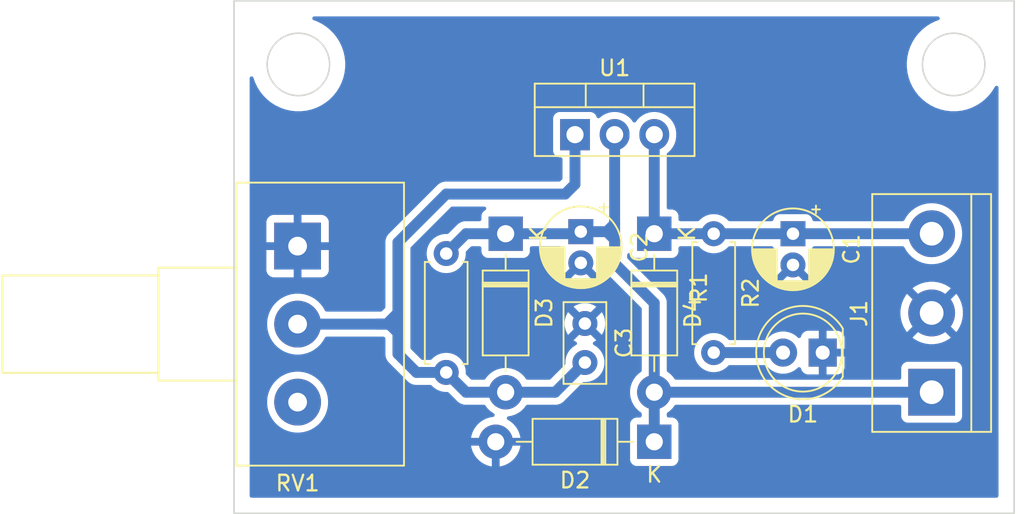
<source format=kicad_pcb>
(kicad_pcb (version 20241229) (generator "pcbnew") (generator_version "9.0")
  (layers (0 "F.Cu" signal) (2 "B.Cu" signal) (13 "F.Paste" user) (15 "B.Paste" user) (5 "F.SilkS" user "F.Silkscreen") (7 "B.SilkS" user "B.Silkscreen") (1 "F.Mask" user) (3 "B.Mask" user) (25 "Edge.Cuts" user))
  (net 0 "")
  (net 1 "VCC")
  (net 2 "GND")
  (net 3 "/Vout")
  (net 4 "Net-(D3-A)")
  (net 5 "Net-(D1-A)")
  (footprint "Diode_THT:D_DO-41_SOD81_P10.16mm_Horizontal" (layer "F.Cu") (at 135.285 86.85 -90)
    (property "Reference" "D3" (at 5.08 -2.47 90) (layer "F.SilkS"))
    (property "Value" "1N4007")
    (fp_line (start 2.36 1.47) (end 7.8 1.47) (stroke (width 0.12)) (layer "F.SilkS"))
    (fp_line (start 7.8 1.47) (end 7.8 -1.47) (stroke (width 0.12)) (layer "F.SilkS"))
    (fp_line (start 1.34 0) (end 2.36 0) (stroke (width 0.12)) (layer "F.SilkS"))
    (fp_line (start 8.82 0) (end 7.8 0) (stroke (width 0.12)) (layer "F.SilkS"))
    (fp_line (start 2.36 -1.47) (end 2.36 1.47) (stroke (width 0.12)) (layer "F.SilkS"))
    (fp_line (start 3.14 -1.47) (end 3.14 1.47) (stroke (width 0.12)) (layer "F.SilkS"))
    (fp_line (start 3.26 -1.47) (end 3.26 1.47) (stroke (width 0.12)) (layer "F.SilkS"))
    (fp_line (start 3.38 -1.47) (end 3.38 1.47) (stroke (width 0.12)) (layer "F.SilkS"))
    (fp_line (start 7.8 -1.47) (end 2.36 -1.47) (stroke (width 0.12)) (layer "F.SilkS"))
    (fp_text user "K" (at 0 -2.1 90) (layer "F.SilkS"))
    (pad "1" thru_hole rect (at 0 0 270) (size 2.2 2.2) (drill 1.1) (layers "*.Cu" "*.Mask" "In1.Cu" "In2.Cu" "In3.Cu" "In4.Cu" "In5.Cu" "In6.Cu" "In7.Cu" "In8.Cu" "In9.Cu" "In10.Cu" "In11.Cu" "In12.Cu" "In13.Cu" "In14.Cu" "In15.Cu" "In16.Cu" "In17.Cu" "In18.Cu" "In19.Cu" "In20.Cu" "In21.Cu" "In22.Cu" "In23.Cu" "In24.Cu" "In25.Cu" "In26.Cu" "In27.Cu" "In28.Cu" "In29.Cu" "In30.Cu") (net 3 "/Vout"))
    (pad "2" thru_hole oval (at 10.16 0 270) (size 2.2 2.2) (drill 1.1) (layers "*.Cu" "*.Mask" "In1.Cu" "In2.Cu" "In3.Cu" "In4.Cu" "In5.Cu" "In6.Cu" "In7.Cu" "In8.Cu" "In9.Cu" "In10.Cu" "In11.Cu" "In12.Cu" "In13.Cu" "In14.Cu" "In15.Cu" "In16.Cu" "In17.Cu" "In18.Cu" "In19.Cu" "In20.Cu" "In21.Cu" "In22.Cu" "In23.Cu" "In24.Cu" "In25.Cu" "In26.Cu" "In27.Cu" "In28.Cu" "In29.Cu" "In30.Cu") (net 4 "Net-(D3-A)"))
  )
  (footprint "Package_TO_SOT_THT:TO-220-3_Vertical" (layer "F.Cu") (at 139.73 80.5)
    (property "Reference" "U1" (at 2.54 -4.27 0) (layer "F.SilkS"))
    (property "Value" "LM317")
    (fp_line (start -2.58 -3.27) (end -2.58 1.371) (stroke (width 0.12)) (layer "F.SilkS"))
    (fp_line (start -2.58 -3.27) (end 7.66 -3.27) (stroke (width 0.12)) (layer "F.SilkS"))
    (fp_line (start -2.58 -1.76) (end 7.66 -1.76) (stroke (width 0.12)) (layer "F.SilkS"))
    (fp_line (start -2.58 1.371) (end 7.66 1.371) (stroke (width 0.12)) (layer "F.SilkS"))
    (fp_line (start 0.69 -3.27) (end 0.69 -1.76) (stroke (width 0.12)) (layer "F.SilkS"))
    (fp_line (start 4.391 -3.27) (end 4.391 -1.76) (stroke (width 0.12)) (layer "F.SilkS"))
    (fp_line (start 7.66 -3.27) (end 7.66 1.371) (stroke (width 0.12)) (layer "F.SilkS"))
    (pad "1" thru_hole rect (at 0 0) (size 1.905 2) (drill 1.1) (layers "*.Cu" "*.Mask" "In1.Cu" "In2.Cu" "In3.Cu" "In4.Cu" "In5.Cu" "In6.Cu" "In7.Cu" "In8.Cu" "In9.Cu" "In10.Cu" "In11.Cu" "In12.Cu" "In13.Cu" "In14.Cu" "In15.Cu" "In16.Cu" "In17.Cu" "In18.Cu" "In19.Cu" "In20.Cu" "In21.Cu" "In22.Cu" "In23.Cu" "In24.Cu" "In25.Cu" "In26.Cu" "In27.Cu" "In28.Cu" "In29.Cu" "In30.Cu") (net 4 "Net-(D3-A)"))
    (pad "2" thru_hole oval (at 2.54 0) (size 1.905 2) (drill 1.1) (layers "*.Cu" "*.Mask" "In1.Cu" "In2.Cu" "In3.Cu" "In4.Cu" "In5.Cu" "In6.Cu" "In7.Cu" "In8.Cu" "In9.Cu" "In10.Cu" "In11.Cu" "In12.Cu" "In13.Cu" "In14.Cu" "In15.Cu" "In16.Cu" "In17.Cu" "In18.Cu" "In19.Cu" "In20.Cu" "In21.Cu" "In22.Cu" "In23.Cu" "In24.Cu" "In25.Cu" "In26.Cu" "In27.Cu" "In28.Cu" "In29.Cu" "In30.Cu") (net 3 "/Vout"))
    (pad "3" thru_hole oval (at 5.08 0) (size 1.905 2) (drill 1.1) (layers "*.Cu" "*.Mask" "In1.Cu" "In2.Cu" "In3.Cu" "In4.Cu" "In5.Cu" "In6.Cu" "In7.Cu" "In8.Cu" "In9.Cu" "In10.Cu" "In11.Cu" "In12.Cu" "In13.Cu" "In14.Cu" "In15.Cu" "In16.Cu" "In17.Cu" "In18.Cu" "In19.Cu" "In20.Cu" "In21.Cu" "In22.Cu" "In23.Cu" "In24.Cu" "In25.Cu" "In26.Cu" "In27.Cu" "In28.Cu" "In29.Cu" "In30.Cu") (net 1 "VCC"))
  )
  (footprint "Potentiometer_THT:Potentiometer_Alps_RK163_Single_Horizontal" (layer "F.Cu") (at 121.95 87.645)
    (property "Reference" "RV1" (at 0 15.2 0) (layer "F.SilkS"))
    (property "Value" "5k")
    (fp_line (start -18.92 8.12) (end -18.92 1.88) (stroke (width 0.12)) (layer "F.SilkS"))
    (fp_line (start -8.92 1.88) (end -18.92 1.88) (stroke (width 0.12)) (layer "F.SilkS"))
    (fp_line (start -8.92 8.12) (end -18.92 8.12) (stroke (width 0.12)) (layer "F.SilkS"))
    (fp_line (start -8.92 8.62) (end -8.92 1.38) (stroke (width 0.12)) (layer "F.SilkS"))
    (fp_line (start -3.92 1.38) (end -8.92 1.38) (stroke (width 0.12)) (layer "F.SilkS"))
    (fp_line (start -3.92 8.62) (end -8.92 8.62) (stroke (width 0.12)) (layer "F.SilkS"))
    (fp_line (start -3.92 14.07) (end -3.92 -4.07) (stroke (width 0.12)) (layer "F.SilkS"))
    (fp_line (start 6.82 -4.07) (end -3.92 -4.07) (stroke (width 0.12)) (layer "F.SilkS"))
    (fp_line (start 6.82 14.07) (end -3.92 14.07) (stroke (width 0.12)) (layer "F.SilkS"))
    (fp_line (start 6.82 14.07) (end 6.82 -4.07) (stroke (width 0.12)) (layer "F.SilkS"))
    (pad "1" thru_hole rect (at 0 0 180) (size 3 3) (drill 1.2) (layers "*.Cu" "*.Mask" "In1.Cu" "In2.Cu" "In3.Cu" "In4.Cu" "In5.Cu" "In6.Cu" "In7.Cu" "In8.Cu" "In9.Cu" "In10.Cu" "In11.Cu" "In12.Cu" "In13.Cu" "In14.Cu" "In15.Cu" "In16.Cu" "In17.Cu" "In18.Cu" "In19.Cu" "In20.Cu" "In21.Cu" "In22.Cu" "In23.Cu" "In24.Cu" "In25.Cu" "In26.Cu" "In27.Cu" "In28.Cu" "In29.Cu" "In30.Cu") (net 2 "GND"))
    (pad "2" thru_hole circle (at 0 5 180) (size 3 3) (drill 1.2) (layers "*.Cu" "*.Mask" "In1.Cu" "In2.Cu" "In3.Cu" "In4.Cu" "In5.Cu" "In6.Cu" "In7.Cu" "In8.Cu" "In9.Cu" "In10.Cu" "In11.Cu" "In12.Cu" "In13.Cu" "In14.Cu" "In15.Cu" "In16.Cu" "In17.Cu" "In18.Cu" "In19.Cu" "In20.Cu" "In21.Cu" "In22.Cu" "In23.Cu" "In24.Cu" "In25.Cu" "In26.Cu" "In27.Cu" "In28.Cu" "In29.Cu" "In30.Cu") (net 4 "Net-(D3-A)"))
    (pad "3" thru_hole circle (at 0 10 180) (size 3 3) (drill 1.2) (layers "*.Cu" "*.Mask" "In1.Cu" "In2.Cu" "In3.Cu" "In4.Cu" "In5.Cu" "In6.Cu" "In7.Cu" "In8.Cu" "In9.Cu" "In10.Cu" "In11.Cu" "In12.Cu" "In13.Cu" "In14.Cu" "In15.Cu" "In16.Cu" "In17.Cu" "In18.Cu" "In19.Cu" "In20.Cu" "In21.Cu" "In22.Cu" "In23.Cu" "In24.Cu" "In25.Cu" "In26.Cu" "In27.Cu" "In28.Cu" "In29.Cu" "In30.Cu"))
  )
  (footprint "TerminalBlock:TerminalBlock_bornier-3_P5.08mm" (layer "F.Cu") (at 162.59 97.01 90)
    (property "Reference" "J1" (at 5.05 -4.65 90) (layer "F.SilkS"))
    (property "Value" "Bornera")
    (fp_line (start -2.54 -3.81) (end 12.7 -3.81) (stroke (width 0.12)) (layer "F.SilkS"))
    (fp_line (start -2.54 2.54) (end 12.7 2.54) (stroke (width 0.12)) (layer "F.SilkS"))
    (fp_line (start 12.7 3.81) (end 12.7 -3.81) (stroke (width 0.12)) (layer "F.SilkS"))
    (fp_line (start -2.54 3.81) (end -2.54 -3.81) (stroke (width 0.12)) (layer "F.SilkS"))
    (fp_line (start -2.54 3.81) (end 12.7 3.81) (stroke (width 0.12)) (layer "F.SilkS"))
    (pad "1" thru_hole rect (at 0 0 90) (size 3 3) (drill 1.52) (layers "*.Cu" "*.Mask" "In1.Cu" "In2.Cu" "In3.Cu" "In4.Cu" "In5.Cu" "In6.Cu" "In7.Cu" "In8.Cu" "In9.Cu" "In10.Cu" "In11.Cu" "In12.Cu" "In13.Cu" "In14.Cu" "In15.Cu" "In16.Cu" "In17.Cu" "In18.Cu" "In19.Cu" "In20.Cu" "In21.Cu" "In22.Cu" "In23.Cu" "In24.Cu" "In25.Cu" "In26.Cu" "In27.Cu" "In28.Cu" "In29.Cu" "In30.Cu") (net 3 "/Vout"))
    (pad "2" thru_hole circle (at 5.08 0 90) (size 3 3) (drill 1.52) (layers "*.Cu" "*.Mask" "In1.Cu" "In2.Cu" "In3.Cu" "In4.Cu" "In5.Cu" "In6.Cu" "In7.Cu" "In8.Cu" "In9.Cu" "In10.Cu" "In11.Cu" "In12.Cu" "In13.Cu" "In14.Cu" "In15.Cu" "In16.Cu" "In17.Cu" "In18.Cu" "In19.Cu" "In20.Cu" "In21.Cu" "In22.Cu" "In23.Cu" "In24.Cu" "In25.Cu" "In26.Cu" "In27.Cu" "In28.Cu" "In29.Cu" "In30.Cu") (net 2 "GND"))
    (pad "3" thru_hole circle (at 10.16 0 90) (size 3 3) (drill 1.52) (layers "*.Cu" "*.Mask" "In1.Cu" "In2.Cu" "In3.Cu" "In4.Cu" "In5.Cu" "In6.Cu" "In7.Cu" "In8.Cu" "In9.Cu" "In10.Cu" "In11.Cu" "In12.Cu" "In13.Cu" "In14.Cu" "In15.Cu" "In16.Cu" "In17.Cu" "In18.Cu" "In19.Cu" "In20.Cu" "In21.Cu" "In22.Cu" "In23.Cu" "In24.Cu" "In25.Cu" "In26.Cu" "In27.Cu" "In28.Cu" "In29.Cu" "In30.Cu") (net 1 "VCC"))
  )
  (footprint "Resistor_THT:R_Axial_DIN0207_L6.3mm_D2.5mm_P7.62mm_Horizontal" (layer "F.Cu") (at 148.62 86.85 -90)
    (property "Reference" "R2" (at 3.81 -2.37 90) (layer "F.SilkS"))
    (property "Value" "1k")
    (fp_line (start 0.54 1.37) (end 7.08 1.37) (stroke (width 0.12)) (layer "F.SilkS"))
    (fp_line (start 7.08 1.37) (end 7.08 1.04) (stroke (width 0.12)) (layer "F.SilkS"))
    (fp_line (start 0.54 1.04) (end 0.54 1.37) (stroke (width 0.12)) (layer "F.SilkS"))
    (fp_line (start 0.54 -1.04) (end 0.54 -1.37) (stroke (width 0.12)) (layer "F.SilkS"))
    (fp_line (start 0.54 -1.37) (end 7.08 -1.37) (stroke (width 0.12)) (layer "F.SilkS"))
    (fp_line (start 7.08 -1.37) (end 7.08 -1.04) (stroke (width 0.12)) (layer "F.SilkS"))
    (pad "1" thru_hole circle (at 0 0 270) (size 1.6 1.6) (drill 0.8) (layers "*.Cu" "*.Mask" "In1.Cu" "In2.Cu" "In3.Cu" "In4.Cu" "In5.Cu" "In6.Cu" "In7.Cu" "In8.Cu" "In9.Cu" "In10.Cu" "In11.Cu" "In12.Cu" "In13.Cu" "In14.Cu" "In15.Cu" "In16.Cu" "In17.Cu" "In18.Cu" "In19.Cu" "In20.Cu" "In21.Cu" "In22.Cu" "In23.Cu" "In24.Cu" "In25.Cu" "In26.Cu" "In27.Cu" "In28.Cu" "In29.Cu" "In30.Cu") (net 1 "VCC"))
    (pad "2" thru_hole oval (at 7.62 0 270) (size 1.6 1.6) (drill 0.8) (layers "*.Cu" "*.Mask" "In1.Cu" "In2.Cu" "In3.Cu" "In4.Cu" "In5.Cu" "In6.Cu" "In7.Cu" "In8.Cu" "In9.Cu" "In10.Cu" "In11.Cu" "In12.Cu" "In13.Cu" "In14.Cu" "In15.Cu" "In16.Cu" "In17.Cu" "In18.Cu" "In19.Cu" "In20.Cu" "In21.Cu" "In22.Cu" "In23.Cu" "In24.Cu" "In25.Cu" "In26.Cu" "In27.Cu" "In28.Cu" "In29.Cu" "In30.Cu") (net 5 "Net-(D1-A)"))
  )
  (footprint "LED_THT:LED_D5.0mm" (layer "F.Cu") (at 155.605 94.47 180)
    (property "Reference" "D1" (at 1.27 -3.96 0) (layer "F.SilkS"))
    (property "Value" "Red")
    (fp_line (start -1.29 -1.545) (end -1.29 1.545) (stroke (width 0.12)) (layer "F.SilkS"))
    (fp_arc (start 4.26 -0.000462) (mid 2.072002 2.880433) (end -1.29 1.54483) (stroke (width 0.12)) (layer "F.SilkS"))
    (fp_arc (start -1.29 -1.54483) (mid 2.072002 -2.880433) (end 4.26 0.000462) (stroke (width 0.12)) (layer "F.SilkS"))
    (fp_circle (center 1.27 0) (end 3.77 0) (stroke (width 0.12)) (fill no) (layer "F.SilkS"))
    (pad "1" thru_hole rect (at 0 0 180) (size 1.8 1.8) (drill 0.9) (layers "*.Cu" "*.Mask" "In1.Cu" "In2.Cu" "In3.Cu" "In4.Cu" "In5.Cu" "In6.Cu" "In7.Cu" "In8.Cu" "In9.Cu" "In10.Cu" "In11.Cu" "In12.Cu" "In13.Cu" "In14.Cu" "In15.Cu" "In16.Cu" "In17.Cu" "In18.Cu" "In19.Cu" "In20.Cu" "In21.Cu" "In22.Cu" "In23.Cu" "In24.Cu" "In25.Cu" "In26.Cu" "In27.Cu" "In28.Cu" "In29.Cu" "In30.Cu") (net 2 "GND"))
    (pad "2" thru_hole circle (at 2.54 0 180) (size 1.8 1.8) (drill 0.9) (layers "*.Cu" "*.Mask" "In1.Cu" "In2.Cu" "In3.Cu" "In4.Cu" "In5.Cu" "In6.Cu" "In7.Cu" "In8.Cu" "In9.Cu" "In10.Cu" "In11.Cu" "In12.Cu" "In13.Cu" "In14.Cu" "In15.Cu" "In16.Cu" "In17.Cu" "In18.Cu" "In19.Cu" "In20.Cu" "In21.Cu" "In22.Cu" "In23.Cu" "In24.Cu" "In25.Cu" "In26.Cu" "In27.Cu" "In28.Cu" "In29.Cu" "In30.Cu") (net 5 "Net-(D1-A)"))
  )
  (footprint "Diode_THT:D_DO-41_SOD81_P10.16mm_Horizontal" (layer "F.Cu") (at 144.81 86.85 -90)
    (property "Reference" "D4" (at 5.08 -2.47 90) (layer "F.SilkS"))
    (property "Value" "1N4007")
    (fp_line (start 2.36 1.47) (end 7.8 1.47) (stroke (width 0.12)) (layer "F.SilkS"))
    (fp_line (start 7.8 1.47) (end 7.8 -1.47) (stroke (width 0.12)) (layer "F.SilkS"))
    (fp_line (start 1.34 0) (end 2.36 0) (stroke (width 0.12)) (layer "F.SilkS"))
    (fp_line (start 8.82 0) (end 7.8 0) (stroke (width 0.12)) (layer "F.SilkS"))
    (fp_line (start 2.36 -1.47) (end 2.36 1.47) (stroke (width 0.12)) (layer "F.SilkS"))
    (fp_line (start 3.14 -1.47) (end 3.14 1.47) (stroke (width 0.12)) (layer "F.SilkS"))
    (fp_line (start 3.26 -1.47) (end 3.26 1.47) (stroke (width 0.12)) (layer "F.SilkS"))
    (fp_line (start 3.38 -1.47) (end 3.38 1.47) (stroke (width 0.12)) (layer "F.SilkS"))
    (fp_line (start 7.8 -1.47) (end 2.36 -1.47) (stroke (width 0.12)) (layer "F.SilkS"))
    (fp_text user "K" (at 0 -2.1 90) (layer "F.SilkS"))
    (pad "1" thru_hole rect (at 0 0 270) (size 2.2 2.2) (drill 1.1) (layers "*.Cu" "*.Mask" "In1.Cu" "In2.Cu" "In3.Cu" "In4.Cu" "In5.Cu" "In6.Cu" "In7.Cu" "In8.Cu" "In9.Cu" "In10.Cu" "In11.Cu" "In12.Cu" "In13.Cu" "In14.Cu" "In15.Cu" "In16.Cu" "In17.Cu" "In18.Cu" "In19.Cu" "In20.Cu" "In21.Cu" "In22.Cu" "In23.Cu" "In24.Cu" "In25.Cu" "In26.Cu" "In27.Cu" "In28.Cu" "In29.Cu" "In30.Cu") (net 1 "VCC"))
    (pad "2" thru_hole oval (at 10.16 0 270) (size 2.2 2.2) (drill 1.1) (layers "*.Cu" "*.Mask" "In1.Cu" "In2.Cu" "In3.Cu" "In4.Cu" "In5.Cu" "In6.Cu" "In7.Cu" "In8.Cu" "In9.Cu" "In10.Cu" "In11.Cu" "In12.Cu" "In13.Cu" "In14.Cu" "In15.Cu" "In16.Cu" "In17.Cu" "In18.Cu" "In19.Cu" "In20.Cu" "In21.Cu" "In22.Cu" "In23.Cu" "In24.Cu" "In25.Cu" "In26.Cu" "In27.Cu" "In28.Cu" "In29.Cu" "In30.Cu") (net 3 "/Vout"))
  )
  (footprint "Resistor_THT:R_Axial_DIN0207_L6.3mm_D2.5mm_P7.62mm_Horizontal" (layer "F.Cu") (at 131.475 88.12 -90)
    (property "Reference" "R1" (at 2.201926 -16.189568 90) (layer "F.SilkS"))
    (property "Value" "220")
    (fp_line (start 0.54 1.37) (end 7.08 1.37) (stroke (width 0.12)) (layer "F.SilkS"))
    (fp_line (start 7.08 1.37) (end 7.08 1.04) (stroke (width 0.12)) (layer "F.SilkS"))
    (fp_line (start 0.54 1.04) (end 0.54 1.37) (stroke (width 0.12)) (layer "F.SilkS"))
    (fp_line (start 0.54 -1.04) (end 0.54 -1.37) (stroke (width 0.12)) (layer "F.SilkS"))
    (fp_line (start 0.54 -1.37) (end 7.08 -1.37) (stroke (width 0.12)) (layer "F.SilkS"))
    (fp_line (start 7.08 -1.37) (end 7.08 -1.04) (stroke (width 0.12)) (layer "F.SilkS"))
    (pad "1" thru_hole circle (at 0 0 270) (size 1.6 1.6) (drill 0.8) (layers "*.Cu" "*.Mask" "In1.Cu" "In2.Cu" "In3.Cu" "In4.Cu" "In5.Cu" "In6.Cu" "In7.Cu" "In8.Cu" "In9.Cu" "In10.Cu" "In11.Cu" "In12.Cu" "In13.Cu" "In14.Cu" "In15.Cu" "In16.Cu" "In17.Cu" "In18.Cu" "In19.Cu" "In20.Cu" "In21.Cu" "In22.Cu" "In23.Cu" "In24.Cu" "In25.Cu" "In26.Cu" "In27.Cu" "In28.Cu" "In29.Cu" "In30.Cu") (net 3 "/Vout"))
    (pad "2" thru_hole oval (at 7.62 0 270) (size 1.6 1.6) (drill 0.8) (layers "*.Cu" "*.Mask" "In1.Cu" "In2.Cu" "In3.Cu" "In4.Cu" "In5.Cu" "In6.Cu" "In7.Cu" "In8.Cu" "In9.Cu" "In10.Cu" "In11.Cu" "In12.Cu" "In13.Cu" "In14.Cu" "In15.Cu" "In16.Cu" "In17.Cu" "In18.Cu" "In19.Cu" "In20.Cu" "In21.Cu" "In22.Cu" "In23.Cu" "In24.Cu" "In25.Cu" "In26.Cu" "In27.Cu" "In28.Cu" "In29.Cu" "In30.Cu") (net 4 "Net-(D3-A)"))
  )
  (footprint "Diode_THT:D_DO-41_SOD81_P10.16mm_Horizontal" (layer "F.Cu") (at 144.81 100.185 180)
    (property "Reference" "D2" (at 5.08 -2.47 0) (layer "F.SilkS"))
    (property "Value" "1N4007")
    (fp_line (start 8.82 0) (end 7.8 0) (stroke (width 0.12)) (layer "F.SilkS"))
    (fp_line (start 7.8 1.47) (end 7.8 -1.47) (stroke (width 0.12)) (layer "F.SilkS"))
    (fp_line (start 7.8 -1.47) (end 2.36 -1.47) (stroke (width 0.12)) (layer "F.SilkS"))
    (fp_line (start 3.38 -1.47) (end 3.38 1.47) (stroke (width 0.12)) (layer "F.SilkS"))
    (fp_line (start 3.26 -1.47) (end 3.26 1.47) (stroke (width 0.12)) (layer "F.SilkS"))
    (fp_line (start 3.14 -1.47) (end 3.14 1.47) (stroke (width 0.12)) (layer "F.SilkS"))
    (fp_line (start 2.36 1.47) (end 7.8 1.47) (stroke (width 0.12)) (layer "F.SilkS"))
    (fp_line (start 2.36 -1.47) (end 2.36 1.47) (stroke (width 0.12)) (layer "F.SilkS"))
    (fp_line (start 1.34 0) (end 2.36 0) (stroke (width 0.12)) (layer "F.SilkS"))
    (fp_text user "K" (at 0 -2.1 0) (layer "F.SilkS"))
    (pad "1" thru_hole rect (at 0 0 180) (size 2.2 2.2) (drill 1.1) (layers "*.Cu" "*.Mask" "In1.Cu" "In2.Cu" "In3.Cu" "In4.Cu" "In5.Cu" "In6.Cu" "In7.Cu" "In8.Cu" "In9.Cu" "In10.Cu" "In11.Cu" "In12.Cu" "In13.Cu" "In14.Cu" "In15.Cu" "In16.Cu" "In17.Cu" "In18.Cu" "In19.Cu" "In20.Cu" "In21.Cu" "In22.Cu" "In23.Cu" "In24.Cu" "In25.Cu" "In26.Cu" "In27.Cu" "In28.Cu" "In29.Cu" "In30.Cu") (net 3 "/Vout"))
    (pad "2" thru_hole oval (at 10.16 0 180) (size 2.2 2.2) (drill 1.1) (layers "*.Cu" "*.Mask" "In1.Cu" "In2.Cu" "In3.Cu" "In4.Cu" "In5.Cu" "In6.Cu" "In7.Cu" "In8.Cu" "In9.Cu" "In10.Cu" "In11.Cu" "In12.Cu" "In13.Cu" "In14.Cu" "In15.Cu" "In16.Cu" "In17.Cu" "In18.Cu" "In19.Cu" "In20.Cu" "In21.Cu" "In22.Cu" "In23.Cu" "In24.Cu" "In25.Cu" "In26.Cu" "In27.Cu" "In28.Cu" "In29.Cu" "In30.Cu") (net 2 "GND"))
  )
  (footprint "Capacitor_THT:C_Disc_D5.0mm_W2.5mm_P2.50mm" (layer "F.Cu") (at 140.365 92.605 -90)
    (property "Reference" "C3" (at 1.25 -2.5 90) (layer "F.SilkS"))
    (property "Value" "100n")
    (fp_line (start -1.37 1.37) (end 3.87 1.37) (stroke (width 0.12)) (layer "F.SilkS"))
    (fp_line (start -1.37 -1.37) (end -1.37 1.37) (stroke (width 0.12)) (layer "F.SilkS"))
    (fp_line (start -1.37 -1.37) (end 3.87 -1.37) (stroke (width 0.12)) (layer "F.SilkS"))
    (fp_line (start 3.87 -1.37) (end 3.87 1.37) (stroke (width 0.12)) (layer "F.SilkS"))
    (pad "1" thru_hole circle (at 0 0 270) (size 1.6 1.6) (drill 0.8) (layers "*.Cu" "*.Mask" "In1.Cu" "In2.Cu" "In3.Cu" "In4.Cu" "In5.Cu" "In6.Cu" "In7.Cu" "In8.Cu" "In9.Cu" "In10.Cu" "In11.Cu" "In12.Cu" "In13.Cu" "In14.Cu" "In15.Cu" "In16.Cu" "In17.Cu" "In18.Cu" "In19.Cu" "In20.Cu" "In21.Cu" "In22.Cu" "In23.Cu" "In24.Cu" "In25.Cu" "In26.Cu" "In27.Cu" "In28.Cu" "In29.Cu" "In30.Cu") (net 2 "GND"))
    (pad "2" thru_hole circle (at 2.5 0 270) (size 1.6 1.6) (drill 0.8) (layers "*.Cu" "*.Mask" "In1.Cu" "In2.Cu" "In3.Cu" "In4.Cu" "In5.Cu" "In6.Cu" "In7.Cu" "In8.Cu" "In9.Cu" "In10.Cu" "In11.Cu" "In12.Cu" "In13.Cu" "In14.Cu" "In15.Cu" "In16.Cu" "In17.Cu" "In18.Cu" "In19.Cu" "In20.Cu" "In21.Cu" "In22.Cu" "In23.Cu" "In24.Cu" "In25.Cu" "In26.Cu" "In27.Cu" "In28.Cu" "In29.Cu" "In30.Cu") (net 4 "Net-(D3-A)"))
  )
  (footprint "Capacitor_THT:CP_Radial_D5.0mm_P2.00mm" (layer "F.Cu") (at 153.7 86.85 -90)
    (property "Reference" "C1" (at 1 -3.75 90) (layer "F.SilkS"))
    (property "Value" "10u")
    (fp_line (start 1 1.04) (end 1 2.58) (stroke (width 0.12)) (layer "F.SilkS"))
    (fp_line (start 1.04 1.04) (end 1.04 2.58) (stroke (width 0.12)) (layer "F.SilkS"))
    (fp_line (start 1.08 1.04) (end 1.08 2.579) (stroke (width 0.12)) (layer "F.SilkS"))
    (fp_line (start 1.12 1.04) (end 1.12 2.578) (stroke (width 0.12)) (layer "F.SilkS"))
    (fp_line (start 1.16 1.04) (end 1.16 2.576) (stroke (width 0.12)) (layer "F.SilkS"))
    (fp_line (start 1.2 1.04) (end 1.2 2.573) (stroke (width 0.12)) (layer "F.SilkS"))
    (fp_line (start 1.24 1.04) (end 1.24 2.569) (stroke (width 0.12)) (layer "F.SilkS"))
    (fp_line (start 1.28 1.04) (end 1.28 2.565) (stroke (width 0.12)) (layer "F.SilkS"))
    (fp_line (start 1.32 1.04) (end 1.32 2.561) (stroke (width 0.12)) (layer "F.SilkS"))
    (fp_line (start 1.36 1.04) (end 1.36 2.556) (stroke (width 0.12)) (layer "F.SilkS"))
    (fp_line (start 1.4 1.04) (end 1.4 2.55) (stroke (width 0.12)) (layer "F.SilkS"))
    (fp_line (start 1.44 1.04) (end 1.44 2.543) (stroke (width 0.12)) (layer "F.SilkS"))
    (fp_line (start 1.48 1.04) (end 1.48 2.536) (stroke (width 0.12)) (layer "F.SilkS"))
    (fp_line (start 1.52 1.04) (end 1.52 2.528) (stroke (width 0.12)) (layer "F.SilkS"))
    (fp_line (start 1.56 1.04) (end 1.56 2.52) (stroke (width 0.12)) (layer "F.SilkS"))
    (fp_line (start 1.6 1.04) (end 1.6 2.511) (stroke (width 0.12)) (layer "F.SilkS"))
    (fp_line (start 1.64 1.04) (end 1.64 2.501) (stroke (width 0.12)) (layer "F.SilkS"))
    (fp_line (start 1.68 1.04) (end 1.68 2.491) (stroke (width 0.12)) (layer "F.SilkS"))
    (fp_line (start 1.721 1.04) (end 1.721 2.48) (stroke (width 0.12)) (layer "F.SilkS"))
    (fp_line (start 1.761 1.04) (end 1.761 2.468) (stroke (width 0.12)) (layer "F.SilkS"))
    (fp_line (start 1.801 1.04) (end 1.801 2.455) (stroke (width 0.12)) (layer "F.SilkS"))
    (fp_line (start 1.841 1.04) (end 1.841 2.442) (stroke (width 0.12)) (layer "F.SilkS"))
    (fp_line (start 1.881 1.04) (end 1.881 2.428) (stroke (width 0.12)) (layer "F.SilkS"))
    (fp_line (start 1.921 1.04) (end 1.921 2.414) (stroke (width 0.12)) (layer "F.SilkS"))
    (fp_line (start 1.961 1.04) (end 1.961 2.398) (stroke (width 0.12)) (layer "F.SilkS"))
    (fp_line (start 2.001 1.04) (end 2.001 2.382) (stroke (width 0.12)) (layer "F.SilkS"))
    (fp_line (start 2.041 1.04) (end 2.041 2.365) (stroke (width 0.12)) (layer "F.SilkS"))
    (fp_line (start 2.081 1.04) (end 2.081 2.348) (stroke (width 0.12)) (layer "F.SilkS"))
    (fp_line (start 2.121 1.04) (end 2.121 2.329) (stroke (width 0.12)) (layer "F.SilkS"))
    (fp_line (start 2.161 1.04) (end 2.161 2.31) (stroke (width 0.12)) (layer "F.SilkS"))
    (fp_line (start 2.201 1.04) (end 2.201 2.29) (stroke (width 0.12)) (layer "F.SilkS"))
    (fp_line (start 2.241 1.04) (end 2.241 2.268) (stroke (width 0.12)) (layer "F.SilkS"))
    (fp_line (start 2.281 1.04) (end 2.281 2.247) (stroke (width 0.12)) (layer "F.SilkS"))
    (fp_line (start 2.321 1.04) (end 2.321 2.224) (stroke (width 0.12)) (layer "F.SilkS"))
    (fp_line (start 2.361 1.04) (end 2.361 2.2) (stroke (width 0.12)) (layer "F.SilkS"))
    (fp_line (start 2.401 1.04) (end 2.401 2.175) (stroke (width 0.12)) (layer "F.SilkS"))
    (fp_line (start 2.441 1.04) (end 2.441 2.149) (stroke (width 0.12)) (layer "F.SilkS"))
    (fp_line (start 2.481 1.04) (end 2.481 2.122) (stroke (width 0.12)) (layer "F.SilkS"))
    (fp_line (start 2.521 1.04) (end 2.521 2.095) (stroke (width 0.12)) (layer "F.SilkS"))
    (fp_line (start 2.561 1.04) (end 2.561 2.065) (stroke (width 0.12)) (layer "F.SilkS"))
    (fp_line (start 2.601 1.04) (end 2.601 2.035) (stroke (width 0.12)) (layer "F.SilkS"))
    (fp_line (start 2.641 1.04) (end 2.641 2.004) (stroke (width 0.12)) (layer "F.SilkS"))
    (fp_line (start 2.681 1.04) (end 2.681 1.971) (stroke (width 0.12)) (layer "F.SilkS"))
    (fp_line (start 2.721 1.04) (end 2.721 1.937) (stroke (width 0.12)) (layer "F.SilkS"))
    (fp_line (start 2.761 1.04) (end 2.761 1.901) (stroke (width 0.12)) (layer "F.SilkS"))
    (fp_line (start 2.801 1.04) (end 2.801 1.864) (stroke (width 0.12)) (layer "F.SilkS"))
    (fp_line (start 2.841 1.04) (end 2.841 1.826) (stroke (width 0.12)) (layer "F.SilkS"))
    (fp_line (start 2.881 1.04) (end 2.881 1.785) (stroke (width 0.12)) (layer "F.SilkS"))
    (fp_line (start 2.921 1.04) (end 2.921 1.743) (stroke (width 0.12)) (layer "F.SilkS"))
    (fp_line (start 2.961 1.04) (end 2.961 1.699) (stroke (width 0.12)) (layer "F.SilkS"))
    (fp_line (start 3.001 1.04) (end 3.001 1.653) (stroke (width 0.12)) (layer "F.SilkS"))
    (fp_line (start 3.601 -0.284) (end 3.601 0.284) (stroke (width 0.12)) (layer "F.SilkS"))
    (fp_line (start 3.561 -0.518) (end 3.561 0.518) (stroke (width 0.12)) (layer "F.SilkS"))
    (fp_line (start 3.521 -0.677) (end 3.521 0.677) (stroke (width 0.12)) (layer "F.SilkS"))
    (fp_line (start 3.481 -0.805) (end 3.481 0.805) (stroke (width 0.12)) (layer "F.SilkS"))
    (fp_line (start 3.441 -0.915) (end 3.441 0.915) (stroke (width 0.12)) (layer "F.SilkS"))
    (fp_line (start 3.401 -1.011) (end 3.401 1.011) (stroke (width 0.12)) (layer "F.SilkS"))
    (fp_line (start 3.361 -1.098) (end 3.361 1.098) (stroke (width 0.12)) (layer "F.SilkS"))
    (fp_line (start 3.321 -1.178) (end 3.321 1.178) (stroke (width 0.12)) (layer "F.SilkS"))
    (fp_line (start 3.281 -1.251) (end 3.281 1.251) (stroke (width 0.12)) (layer "F.SilkS"))
    (fp_line (start 3.241 -1.319) (end 3.241 1.319) (stroke (width 0.12)) (layer "F.SilkS"))
    (fp_line (start 3.201 -1.383) (end 3.201 1.383) (stroke (width 0.12)) (layer "F.SilkS"))
    (fp_line (start 3.161 -1.443) (end 3.161 1.443) (stroke (width 0.12)) (layer "F.SilkS"))
    (fp_line (start -1.804775 -1.475) (end -1.304775 -1.475) (stroke (width 0.12)) (layer "F.SilkS"))
    (fp_line (start 3.121 -1.5) (end 3.121 1.5) (stroke (width 0.12)) (layer "F.SilkS"))
    (fp_line (start 3.081 -1.554) (end 3.081 1.554) (stroke (width 0.12)) (layer "F.SilkS"))
    (fp_line (start 3.041 -1.605) (end 3.041 1.605) (stroke (width 0.12)) (layer "F.SilkS"))
    (fp_line (start 3.001 -1.653) (end 3.001 -1.04) (stroke (width 0.12)) (layer "F.SilkS"))
    (fp_line (start 2.961 -1.699) (end 2.961 -1.04) (stroke (width 0.12)) (layer "F.SilkS"))
    (fp_line (start -1.554775 -1.725) (end -1.554775 -1.225) (stroke (width 0.12)) (layer "F.SilkS"))
    (fp_line (start 2.921 -1.743) (end 2.921 -1.04) (stroke (width 0.12)) (layer "F.SilkS"))
    (fp_line (start 2.881 -1.785) (end 2.881 -1.04) (stroke (width 0.12)) (layer "F.SilkS"))
    (fp_line (start 2.841 -1.826) (end 2.841 -1.04) (stroke (width 0.12)) (layer "F.SilkS"))
    (fp_line (start 2.801 -1.864) (end 2.801 -1.04) (stroke (width 0.12)) (layer "F.SilkS"))
    (fp_line (start 2.761 -1.901) (end 2.761 -1.04) (stroke (width 0.12)) (layer "F.SilkS"))
    (fp_line (start 2.721 -1.937) (end 2.721 -1.04) (stroke (width 0.12)) (layer "F.SilkS"))
    (fp_line (start 2.681 -1.971) (end 2.681 -1.04) (stroke (width 0.12)) (layer "F.SilkS"))
    (fp_line (start 2.641 -2.004) (end 2.641 -1.04) (stroke (width 0.12)) (layer "F.SilkS"))
    (fp_line (start 2.601 -2.035) (end 2.601 -1.04) (stroke (width 0.12)) (layer "F.SilkS"))
    (fp_line (start 2.561 -2.065) (end 2.561 -1.04) (stroke (width 0.12)) (layer "F.SilkS"))
    (fp_line (start 2.521 -2.095) (end 2.521 -1.04) (stroke (width 0.12)) (layer "F.SilkS"))
    (fp_line (start 2.481 -2.122) (end 2.481 -1.04) (stroke (width 0.12)) (layer "F.SilkS"))
    (fp_line (start 2.441 -2.149) (end 2.441 -1.04) (stroke (width 0.12)) (layer "F.SilkS"))
    (fp_line (start 2.401 -2.175) (end 2.401 -1.04) (stroke (width 0.12)) (layer "F.SilkS"))
    (fp_line (start 2.361 -2.2) (end 2.361 -1.04) (stroke (width 0.12)) (layer "F.SilkS"))
    (fp_line (start 2.321 -2.224) (end 2.321 -1.04) (stroke (width 0.12)) (layer "F.SilkS"))
    (fp_line (start 2.281 -2.247) (end 2.281 -1.04) (stroke (width 0.12)) (layer "F.SilkS"))
    (fp_line (start 2.241 -2.268) (end 2.241 -1.04) (stroke (width 0.12)) (layer "F.SilkS"))
    (fp_line (start 2.201 -2.29) (end 2.201 -1.04) (stroke (width 0.12)) (layer "F.SilkS"))
    (fp_line (start 2.161 -2.31) (end 2.161 -1.04) (stroke (width 0.12)) (layer "F.SilkS"))
    (fp_line (start 2.121 -2.329) (end 2.121 -1.04) (stroke (width 0.12)) (layer "F.SilkS"))
    (fp_line (start 2.081 -2.348) (end 2.081 -1.04) (stroke (width 0.12)) (layer "F.SilkS"))
    (fp_line (start 2.041 -2.365) (end 2.041 -1.04) (stroke (width 0.12)) (layer "F.SilkS"))
    (fp_line (start 2.001 -2.382) (end 2.001 -1.04) (stroke (width 0.12)) (layer "F.SilkS"))
    (fp_line (start 1.961 -2.398) (end 1.961 -1.04) (stroke (width 0.12)) (layer "F.SilkS"))
    (fp_line (start 1.921 -2.414) (end 1.921 -1.04) (stroke (width 0.12)) (layer "F.SilkS"))
    (fp_line (start 1.881 -2.428) (end 1.881 -1.04) (stroke (width 0.12)) (layer "F.SilkS"))
    (fp_line (start 1.841 -2.442) (end 1.841 -1.04) (stroke (width 0.12)) (layer "F.SilkS"))
    (fp_line (start 1.801 -2.455) (end 1.801 -1.04) (stroke (width 0.12)) (layer "F.SilkS"))
    (fp_line (start 1.761 -2.468) (end 1.761 -1.04) (stroke (width 0.12)) (layer "F.SilkS"))
    (fp_line (start 1.721 -2.48) (end 1.721 -1.04) (stroke (width 0.12)) (layer "F.SilkS"))
    (fp_line (start 1.68 -2.491) (end 1.68 -1.04) (stroke (width 0.12)) (layer "F.SilkS"))
    (fp_line (start 1.64 -2.501) (end 1.64 -1.04) (stroke (width 0.12)) (layer "F.SilkS"))
    (fp_line (start 1.6 -2.511) (end 1.6 -1.04) (stroke (width 0.12)) (layer "F.SilkS"))
    (fp_line (start 1.56 -2.52) (end 1.56 -1.04) (stroke (width 0.12)) (layer "F.SilkS"))
    (fp_line (start 1.52 -2.528) (end 1.52 -1.04) (stroke (width 0.12)) (layer "F.SilkS"))
    (fp_line (start 1.48 -2.536) (end 1.48 -1.04) (stroke (width 0.12)) (layer "F.SilkS"))
    (fp_line (start 1.44 -2.543) (end 1.44 -1.04) (stroke (width 0.12)) (layer "F.SilkS"))
    (fp_line (start 1.4 -2.55) (end 1.4 -1.04) (stroke (width 0.12)) (layer "F.SilkS"))
    (fp_line (start 1.36 -2.556) (end 1.36 -1.04) (stroke (width 0.12)) (layer "F.SilkS"))
    (fp_line (start 1.32 -2.561) (end 1.32 -1.04) (stroke (width 0.12)) (layer "F.SilkS"))
    (fp_line (start 1.28 -2.565) (end 1.28 -1.04) (stroke (width 0.12)) (layer "F.SilkS"))
    (fp_line (start 1.24 -2.569) (end 1.24 -1.04) (stroke (width 0.12)) (layer "F.SilkS"))
    (fp_line (start 1.2 -2.573) (end 1.2 -1.04) (stroke (width 0.12)) (layer "F.SilkS"))
    (fp_line (start 1.16 -2.576) (end 1.16 -1.04) (stroke (width 0.12)) (layer "F.SilkS"))
    (fp_line (start 1.12 -2.578) (end 1.12 -1.04) (stroke (width 0.12)) (layer "F.SilkS"))
    (fp_line (start 1.08 -2.579) (end 1.08 -1.04) (stroke (width 0.12)) (layer "F.SilkS"))
    (fp_line (start 1 -2.58) (end 1 -1.04) (stroke (width 0.12)) (layer "F.SilkS"))
    (fp_line (start 1.04 -2.58) (end 1.04 -1.04) (stroke (width 0.12)) (layer "F.SilkS"))
    (fp_circle (center 1 0) (end 3.62 0) (stroke (width 0.12)) (fill no) (layer "F.SilkS"))
    (pad "1" thru_hole rect (at 0 0 270) (size 1.6 1.6) (drill 0.8) (layers "*.Cu" "*.Mask" "In1.Cu" "In2.Cu" "In3.Cu" "In4.Cu" "In5.Cu" "In6.Cu" "In7.Cu" "In8.Cu" "In9.Cu" "In10.Cu" "In11.Cu" "In12.Cu" "In13.Cu" "In14.Cu" "In15.Cu" "In16.Cu" "In17.Cu" "In18.Cu" "In19.Cu" "In20.Cu" "In21.Cu" "In22.Cu" "In23.Cu" "In24.Cu" "In25.Cu" "In26.Cu" "In27.Cu" "In28.Cu" "In29.Cu" "In30.Cu") (net 1 "VCC"))
    (pad "2" thru_hole circle (at 2 0 270) (size 1.6 1.6) (drill 0.8) (layers "*.Cu" "*.Mask" "In1.Cu" "In2.Cu" "In3.Cu" "In4.Cu" "In5.Cu" "In6.Cu" "In7.Cu" "In8.Cu" "In9.Cu" "In10.Cu" "In11.Cu" "In12.Cu" "In13.Cu" "In14.Cu" "In15.Cu" "In16.Cu" "In17.Cu" "In18.Cu" "In19.Cu" "In20.Cu" "In21.Cu" "In22.Cu" "In23.Cu" "In24.Cu" "In25.Cu" "In26.Cu" "In27.Cu" "In28.Cu" "In29.Cu" "In30.Cu") (net 2 "GND"))
  )
  (footprint "Capacitor_THT:CP_Radial_D5.0mm_P2.00mm" (layer "F.Cu") (at 140.101003 86.718563 -90)
    (property "Reference" "C2" (at 1 -3.75 90) (layer "F.SilkS"))
    (property "Value" "10u")
    (fp_line (start 1 1.04) (end 1 2.58) (stroke (width 0.12)) (layer "F.SilkS"))
    (fp_line (start 1.04 1.04) (end 1.04 2.58) (stroke (width 0.12)) (layer "F.SilkS"))
    (fp_line (start 1.08 1.04) (end 1.08 2.579) (stroke (width 0.12)) (layer "F.SilkS"))
    (fp_line (start 1.12 1.04) (end 1.12 2.578) (stroke (width 0.12)) (layer "F.SilkS"))
    (fp_line (start 1.16 1.04) (end 1.16 2.576) (stroke (width 0.12)) (layer "F.SilkS"))
    (fp_line (start 1.2 1.04) (end 1.2 2.573) (stroke (width 0.12)) (layer "F.SilkS"))
    (fp_line (start 1.24 1.04) (end 1.24 2.569) (stroke (width 0.12)) (layer "F.SilkS"))
    (fp_line (start 1.28 1.04) (end 1.28 2.565) (stroke (width 0.12)) (layer "F.SilkS"))
    (fp_line (start 1.32 1.04) (end 1.32 2.561) (stroke (width 0.12)) (layer "F.SilkS"))
    (fp_line (start 1.36 1.04) (end 1.36 2.556) (stroke (width 0.12)) (layer "F.SilkS"))
    (fp_line (start 1.4 1.04) (end 1.4 2.55) (stroke (width 0.12)) (layer "F.SilkS"))
    (fp_line (start 1.44 1.04) (end 1.44 2.543) (stroke (width 0.12)) (layer "F.SilkS"))
    (fp_line (start 1.48 1.04) (end 1.48 2.536) (stroke (width 0.12)) (layer "F.SilkS"))
    (fp_line (start 1.52 1.04) (end 1.52 2.528) (stroke (width 0.12)) (layer "F.SilkS"))
    (fp_line (start 1.56 1.04) (end 1.56 2.52) (stroke (width 0.12)) (layer "F.SilkS"))
    (fp_line (start 1.6 1.04) (end 1.6 2.511) (stroke (width 0.12)) (layer "F.SilkS"))
    (fp_line (start 1.64 1.04) (end 1.64 2.501) (stroke (width 0.12)) (layer "F.SilkS"))
    (fp_line (start 1.68 1.04) (end 1.68 2.491) (stroke (width 0.12)) (layer "F.SilkS"))
    (fp_line (start 1.721 1.04) (end 1.721 2.48) (stroke (width 0.12)) (layer "F.SilkS"))
    (fp_line (start 1.761 1.04) (end 1.761 2.468) (stroke (width 0.12)) (layer "F.SilkS"))
    (fp_line (start 1.801 1.04) (end 1.801 2.455) (stroke (width 0.12)) (layer "F.SilkS"))
    (fp_line (start 1.841 1.04) (end 1.841 2.442) (stroke (width 0.12)) (layer "F.SilkS"))
    (fp_line (start 1.881 1.04) (end 1.881 2.428) (stroke (width 0.12)) (layer "F.SilkS"))
    (fp_line (start 1.921 1.04) (end 1.921 2.414) (stroke (width 0.12)) (layer "F.SilkS"))
    (fp_line (start 1.961 1.04) (end 1.961 2.398) (stroke (width 0.12)) (layer "F.SilkS"))
    (fp_line (start 2.001 1.04) (end 2.001 2.382) (stroke (width 0.12)) (layer "F.SilkS"))
    (fp_line (start 2.041 1.04) (end 2.041 2.365) (stroke (width 0.12)) (layer "F.SilkS"))
    (fp_line (start 2.081 1.04) (end 2.081 2.348) (stroke (width 0.12)) (layer "F.SilkS"))
    (fp_line (start 2.121 1.04) (end 2.121 2.329) (stroke (width 0.12)) (layer "F.SilkS"))
    (fp_line (start 2.161 1.04) (end 2.161 2.31) (stroke (width 0.12)) (layer "F.SilkS"))
    (fp_line (start 2.201 1.04) (end 2.201 2.29) (stroke (width 0.12)) (layer "F.SilkS"))
    (fp_line (start 2.241 1.04) (end 2.241 2.268) (stroke (width 0.12)) (layer "F.SilkS"))
    (fp_line (start 2.281 1.04) (end 2.281 2.247) (stroke (width 0.12)) (layer "F.SilkS"))
    (fp_line (start 2.321 1.04) (end 2.321 2.224) (stroke (width 0.12)) (layer "F.SilkS"))
    (fp_line (start 2.361 1.04) (end 2.361 2.2) (stroke (width 0.12)) (layer "F.SilkS"))
    (fp_line (start 2.401 1.04) (end 2.401 2.175) (stroke (width 0.12)) (layer "F.SilkS"))
    (fp_line (start 2.441 1.04) (end 2.441 2.149) (stroke (width 0.12)) (layer "F.SilkS"))
    (fp_line (start 2.481 1.04) (end 2.481 2.122) (stroke (width 0.12)) (layer "F.SilkS"))
    (fp_line (start 2.521 1.04) (end 2.521 2.095) (stroke (width 0.12)) (layer "F.SilkS"))
    (fp_line (start 2.561 1.04) (end 2.561 2.065) (stroke (width 0.12)) (layer "F.SilkS"))
    (fp_line (start 2.601 1.04) (end 2.601 2.035) (stroke (width 0.12)) (layer "F.SilkS"))
    (fp_line (start 2.641 1.04) (end 2.641 2.004) (stroke (width 0.12)) (layer "F.SilkS"))
    (fp_line (start 2.681 1.04) (end 2.681 1.971) (stroke (width 0.12)) (layer "F.SilkS"))
    (fp_line (start 2.721 1.04) (end 2.721 1.937) (stroke (width 0.12)) (layer "F.SilkS"))
    (fp_line (start 2.761 1.04) (end 2.761 1.901) (stroke (width 0.12)) (layer "F.SilkS"))
    (fp_line (start 2.801 1.04) (end 2.801 1.864) (stroke (width 0.12)) (layer "F.SilkS"))
    (fp_line (start 2.841 1.04) (end 2.841 1.826) (stroke (width 0.12)) (layer "F.SilkS"))
    (fp_line (start 2.881 1.04) (end 2.881 1.785) (stroke (width 0.12)) (layer "F.SilkS"))
    (fp_line (start 2.921 1.04) (end 2.921 1.743) (stroke (width 0.12)) (layer "F.SilkS"))
    (fp_line (start 2.961 1.04) (end 2.961 1.699) (stroke (width 0.12)) (layer "F.SilkS"))
    (fp_line (start 3.001 1.04) (end 3.001 1.653) (stroke (width 0.12)) (layer "F.SilkS"))
    (fp_line (start 3.601 -0.284) (end 3.601 0.284) (stroke (width 0.12)) (layer "F.SilkS"))
    (fp_line (start 3.561 -0.518) (end 3.561 0.518) (stroke (width 0.12)) (layer "F.SilkS"))
    (fp_line (start 3.521 -0.677) (end 3.521 0.677) (stroke (width 0.12)) (layer "F.SilkS"))
    (fp_line (start 3.481 -0.805) (end 3.481 0.805) (stroke (width 0.12)) (layer "F.SilkS"))
    (fp_line (start 3.441 -0.915) (end 3.441 0.915) (stroke (width 0.12)) (layer "F.SilkS"))
    (fp_line (start 3.401 -1.011) (end 3.401 1.011) (stroke (width 0.12)) (layer "F.SilkS"))
    (fp_line (start 3.361 -1.098) (end 3.361 1.098) (stroke (width 0.12)) (layer "F.SilkS"))
    (fp_line (start 3.321 -1.178) (end 3.321 1.178) (stroke (width 0.12)) (layer "F.SilkS"))
    (fp_line (start 3.281 -1.251) (end 3.281 1.251) (stroke (width 0.12)) (layer "F.SilkS"))
    (fp_line (start 3.241 -1.319) (end 3.241 1.319) (stroke (width 0.12)) (layer "F.SilkS"))
    (fp_line (start 3.201 -1.383) (end 3.201 1.383) (stroke (width 0.12)) (layer "F.SilkS"))
    (fp_line (start 3.161 -1.443) (end 3.161 1.443) (stroke (width 0.12)) (layer "F.SilkS"))
    (fp_line (start -1.804775 -1.475) (end -1.304775 -1.475) (stroke (width 0.12)) (layer "F.SilkS"))
    (fp_line (start 3.121 -1.5) (end 3.121 1.5) (stroke (width 0.12)) (layer "F.SilkS"))
    (fp_line (start 3.081 -1.554) (end 3.081 1.554) (stroke (width 0.12)) (layer "F.SilkS"))
    (fp_line (start 3.041 -1.605) (end 3.041 1.605) (stroke (width 0.12)) (layer "F.SilkS"))
    (fp_line (start 3.001 -1.653) (end 3.001 -1.04) (stroke (width 0.12)) (layer "F.SilkS"))
    (fp_line (start 2.961 -1.699) (end 2.961 -1.04) (stroke (width 0.12)) (layer "F.SilkS"))
    (fp_line (start -1.554775 -1.725) (end -1.554775 -1.225) (stroke (width 0.12)) (layer "F.SilkS"))
    (fp_line (start 2.921 -1.743) (end 2.921 -1.04) (stroke (width 0.12)) (layer "F.SilkS"))
    (fp_line (start 2.881 -1.785) (end 2.881 -1.04) (stroke (width 0.12)) (layer "F.SilkS"))
    (fp_line (start 2.841 -1.826) (end 2.841 -1.04) (stroke (width 0.12)) (layer "F.SilkS"))
    (fp_line (start 2.801 -1.864) (end 2.801 -1.04) (stroke (width 0.12)) (layer "F.SilkS"))
    (fp_line (start 2.761 -1.901) (end 2.761 -1.04) (stroke (width 0.12)) (layer "F.SilkS"))
    (fp_line (start 2.721 -1.937) (end 2.721 -1.04) (stroke (width 0.12)) (layer "F.SilkS"))
    (fp_line (start 2.681 -1.971) (end 2.681 -1.04) (stroke (width 0.12)) (layer "F.SilkS"))
    (fp_line (start 2.641 -2.004) (end 2.641 -1.04) (stroke (width 0.12)) (layer "F.SilkS"))
    (fp_line (start 2.601 -2.035) (end 2.601 -1.04) (stroke (width 0.12)) (layer "F.SilkS"))
    (fp_line (start 2.561 -2.065) (end 2.561 -1.04) (stroke (width 0.12)) (layer "F.SilkS"))
    (fp_line (start 2.521 -2.095) (end 2.521 -1.04) (stroke (width 0.12)) (layer "F.SilkS"))
    (fp_line (start 2.481 -2.122) (end 2.481 -1.04) (stroke (width 0.12)) (layer "F.SilkS"))
    (fp_line (start 2.441 -2.149) (end 2.441 -1.04) (stroke (width 0.12)) (layer "F.SilkS"))
    (fp_line (start 2.401 -2.175) (end 2.401 -1.04) (stroke (width 0.12)) (layer "F.SilkS"))
    (fp_line (start 2.361 -2.2) (end 2.361 -1.04) (stroke (width 0.12)) (layer "F.SilkS"))
    (fp_line (start 2.321 -2.224) (end 2.321 -1.04) (stroke (width 0.12)) (layer "F.SilkS"))
    (fp_line (start 2.281 -2.247) (end 2.281 -1.04) (stroke (width 0.12)) (layer "F.SilkS"))
    (fp_line (start 2.241 -2.268) (end 2.241 -1.04) (stroke (width 0.12)) (layer "F.SilkS"))
    (fp_line (start 2.201 -2.29) (end 2.201 -1.04) (stroke (width 0.12)) (layer "F.SilkS"))
    (fp_line (start 2.161 -2.31) (end 2.161 -1.04) (stroke (width 0.12)) (layer "F.SilkS"))
    (fp_line (start 2.121 -2.329) (end 2.121 -1.04) (stroke (width 0.12)) (layer "F.SilkS"))
    (fp_line (start 2.081 -2.348) (end 2.081 -1.04) (stroke (width 0.12)) (layer "F.SilkS"))
    (fp_line (start 2.041 -2.365) (end 2.041 -1.04) (stroke (width 0.12)) (layer "F.SilkS"))
    (fp_line (start 2.001 -2.382) (end 2.001 -1.04) (stroke (width 0.12)) (layer "F.SilkS"))
    (fp_line (start 1.961 -2.398) (end 1.961 -1.04) (stroke (width 0.12)) (layer "F.SilkS"))
    (fp_line (start 1.921 -2.414) (end 1.921 -1.04) (stroke (width 0.12)) (layer "F.SilkS"))
    (fp_line (start 1.881 -2.428) (end 1.881 -1.04) (stroke (width 0.12)) (layer "F.SilkS"))
    (fp_line (start 1.841 -2.442) (end 1.841 -1.04) (stroke (width 0.12)) (layer "F.SilkS"))
    (fp_line (start 1.801 -2.455) (end 1.801 -1.04) (stroke (width 0.12)) (layer "F.SilkS"))
    (fp_line (start 1.761 -2.468) (end 1.761 -1.04) (stroke (width 0.12)) (layer "F.SilkS"))
    (fp_line (start 1.721 -2.48) (end 1.721 -1.04) (stroke (width 0.12)) (layer "F.SilkS"))
    (fp_line (start 1.68 -2.491) (end 1.68 -1.04) (stroke (width 0.12)) (layer "F.SilkS"))
    (fp_line (start 1.64 -2.501) (end 1.64 -1.04) (stroke (width 0.12)) (layer "F.SilkS"))
    (fp_line (start 1.6 -2.511) (end 1.6 -1.04) (stroke (width 0.12)) (layer "F.SilkS"))
    (fp_line (start 1.56 -2.52) (end 1.56 -1.04) (stroke (width 0.12)) (layer "F.SilkS"))
    (fp_line (start 1.52 -2.528) (end 1.52 -1.04) (stroke (width 0.12)) (layer "F.SilkS"))
    (fp_line (start 1.48 -2.536) (end 1.48 -1.04) (stroke (width 0.12)) (layer "F.SilkS"))
    (fp_line (start 1.44 -2.543) (end 1.44 -1.04) (stroke (width 0.12)) (layer "F.SilkS"))
    (fp_line (start 1.4 -2.55) (end 1.4 -1.04) (stroke (width 0.12)) (layer "F.SilkS"))
    (fp_line (start 1.36 -2.556) (end 1.36 -1.04) (stroke (width 0.12)) (layer "F.SilkS"))
    (fp_line (start 1.32 -2.561) (end 1.32 -1.04) (stroke (width 0.12)) (layer "F.SilkS"))
    (fp_line (start 1.28 -2.565) (end 1.28 -1.04) (stroke (width 0.12)) (layer "F.SilkS"))
    (fp_line (start 1.24 -2.569) (end 1.24 -1.04) (stroke (width 0.12)) (layer "F.SilkS"))
    (fp_line (start 1.2 -2.573) (end 1.2 -1.04) (stroke (width 0.12)) (layer "F.SilkS"))
    (fp_line (start 1.16 -2.576) (end 1.16 -1.04) (stroke (width 0.12)) (layer "F.SilkS"))
    (fp_line (start 1.12 -2.578) (end 1.12 -1.04) (stroke (width 0.12)) (layer "F.SilkS"))
    (fp_line (start 1.08 -2.579) (end 1.08 -1.04) (stroke (width 0.12)) (layer "F.SilkS"))
    (fp_line (start 1 -2.58) (end 1 -1.04) (stroke (width 0.12)) (layer "F.SilkS"))
    (fp_line (start 1.04 -2.58) (end 1.04 -1.04) (stroke (width 0.12)) (layer "F.SilkS"))
    (fp_circle (center 1 0) (end 3.62 0) (stroke (width 0.12)) (fill no) (layer "F.SilkS"))
    (pad "1" thru_hole rect (at 0 0 270) (size 1.6 1.6) (drill 0.8) (layers "*.Cu" "*.Mask" "In1.Cu" "In2.Cu" "In3.Cu" "In4.Cu" "In5.Cu" "In6.Cu" "In7.Cu" "In8.Cu" "In9.Cu" "In10.Cu" "In11.Cu" "In12.Cu" "In13.Cu" "In14.Cu" "In15.Cu" "In16.Cu" "In17.Cu" "In18.Cu" "In19.Cu" "In20.Cu" "In21.Cu" "In22.Cu" "In23.Cu" "In24.Cu" "In25.Cu" "In26.Cu" "In27.Cu" "In28.Cu" "In29.Cu" "In30.Cu") (net 3 "/Vout"))
    (pad "2" thru_hole circle (at 2 0 270) (size 1.6 1.6) (drill 0.8) (layers "*.Cu" "*.Mask" "In1.Cu" "In2.Cu" "In3.Cu" "In4.Cu" "In5.Cu" "In6.Cu" "In7.Cu" "In8.Cu" "In9.Cu" "In10.Cu" "In11.Cu" "In12.Cu" "In13.Cu" "In14.Cu" "In15.Cu" "In16.Cu" "In17.Cu" "In18.Cu" "In19.Cu" "In20.Cu" "In21.Cu" "In22.Cu" "In23.Cu" "In24.Cu" "In25.Cu" "In26.Cu" "In27.Cu" "In28.Cu" "In29.Cu" "In30.Cu") (net 2 "GND"))
  )
  (gr_circle (center 122 76) (end 124 76) (stroke (width 0.1)) (fill no) (layer "Edge.Cuts"))
  (gr_circle (center 164 76) (end 166 76) (stroke (width 0.1)) (fill no) (layer "Edge.Cuts"))
  (gr_rect (start 117.875 71.92) (end 167.875 104.775) (stroke (width 0.1)) (fill no) (layer "Edge.Cuts"))
  (segment (start 148.62 86.85) (end 153.7 86.85) (width 0.7) (layer "B.Cu") (net 1))
  (segment (start 148.62 86.85) (end 144.81 86.85) (width 0.7) (layer "B.Cu") (net 1))
  (segment (start 144.81 86.85) (end 144.81 80.5) (width 0.7) (layer "B.Cu") (net 1))
  (segment (start 153.7 86.85) (end 162.59 86.85) (width 0.7) (layer "B.Cu") (net 1))
  (segment (start 145.445 86.215) (end 144.81 86.85) (width 0.7) (layer "B.Cu") (net 1))
  (segment (start 140.101003 86.718563) (end 141.766437 86.718563) (width 0.7) (layer "B.Cu") (net 3))
  (segment (start 141.766437 86.718563) (end 142.27 87.222126) (width 0.7) (layer "B.Cu") (net 3))
  (segment (start 135.285 86.85) (end 139.969566 86.85) (width 0.7) (layer "B.Cu") (net 3))
  (segment (start 132.745 86.85) (end 135.285 86.85) (width 0.7) (layer "B.Cu") (net 3))
  (segment (start 142.27 88.755) (end 144.81 91.295) (width 0.7) (layer "B.Cu") (net 3))
  (segment (start 131.475 88.12) (end 132.745 86.85) (width 0.7) (layer "B.Cu") (net 3))
  (segment (start 142.27 86.215) (end 142.27 80.5) (width 0.7) (layer "B.Cu") (net 3))
  (segment (start 142.27 87.222126) (end 142.27 87.485) (width 0.7) (layer "B.Cu") (net 3))
  (segment (start 144.81 97.01) (end 162.59 97.01) (width 0.7) (layer "B.Cu") (net 3))
  (segment (start 141.766437 86.718563) (end 142.27 86.215) (width 0.7) (layer "B.Cu") (net 3))
  (segment (start 139.969566 86.85) (end 140.101003 86.718563) (width 0.7) (layer "B.Cu") (net 3))
  (segment (start 144.81 100.185) (end 144.81 97.01) (width 0.7) (layer "B.Cu") (net 3))
  (segment (start 142.27 86.215) (end 142.27 88.755) (width 0.7) (layer "B.Cu") (net 3))
  (segment (start 144.81 91.295) (end 144.81 97.01) (width 0.7) (layer "B.Cu") (net 3))
  (segment (start 135.285 97.01) (end 138.46 97.01) (width 0.7) (layer "B.Cu") (net 4))
  (segment (start 138.46 97.01) (end 140.365 95.105) (width 0.7) (layer "B.Cu") (net 4))
  (segment (start 128.38 92.645) (end 128.38 93.2) (width 0.7) (layer "B.Cu") (net 4))
  (segment (start 128.38 93.2) (end 128.38 94.55) (width 0.7) (layer "B.Cu") (net 4))
  (segment (start 127.03 92.645) (end 127.665 92.645) (width 0.7) (layer "B.Cu") (net 4))
  (segment (start 128.38 91.93) (end 128.38 87.405) (width 0.7) (layer "B.Cu") (net 4))
  (segment (start 129.57 95.74) (end 131.475 95.74) (width 0.7) (layer "B.Cu") (net 4))
  (segment (start 139.73 83.675) (end 139.73 80.5) (width 0.7) (layer "B.Cu") (net 4))
  (segment (start 131.475 84.31) (end 139.095 84.31) (width 0.7) (layer "B.Cu") (net 4))
  (segment (start 132.745 97.01) (end 135.285 97.01) (width 0.7) (layer "B.Cu") (net 4))
  (segment (start 127.825 92.645) (end 128.38 93.2) (width 0.7) (layer "B.Cu") (net 4))
  (segment (start 128.38 94.55) (end 129.57 95.74) (width 0.7) (layer "B.Cu") (net 4))
  (segment (start 127.03 92.645) (end 128.38 92.645) (width 0.7) (layer "B.Cu") (net 4))
  (segment (start 127.665 92.645) (end 127.825 92.645) (width 0.7) (layer "B.Cu") (net 4))
  (segment (start 128.38 92.645) (end 128.38 91.93) (width 0.7) (layer "B.Cu") (net 4))
  (segment (start 131.475 95.74) (end 132.745 97.01) (width 0.7) (layer "B.Cu") (net 4))
  (segment (start 139.095 84.31) (end 139.73 83.675) (width 0.7) (layer "B.Cu") (net 4))
  (segment (start 128.38 87.405) (end 131.475 84.31) (width 0.7) (layer "B.Cu") (net 4))
  (segment (start 121.95 92.645) (end 127.03 92.645) (width 0.7) (layer "B.Cu") (net 4))
  (segment (start 127.665 92.645) (end 128.38 91.93) (width 0.7) (layer "B.Cu") (net 4))
  (segment (start 148.62 94.47) (end 153.065 94.47) (width 0.7) (layer "B.Cu") (net 5))
  (zone (net 2) (net_name "GND") (layer "B.Cu") (connect_pads (clearance 0.45)) (min_thickness 0.25) (fill yes (thermal_gap 0.5) (thermal_bridge_width 0.5))
    (polygon (pts (xy 117.85 71.9) (xy 167.9 71.9) (xy 167.9 104.8) (xy 117.85 104.8)))
  )
)
</source>
